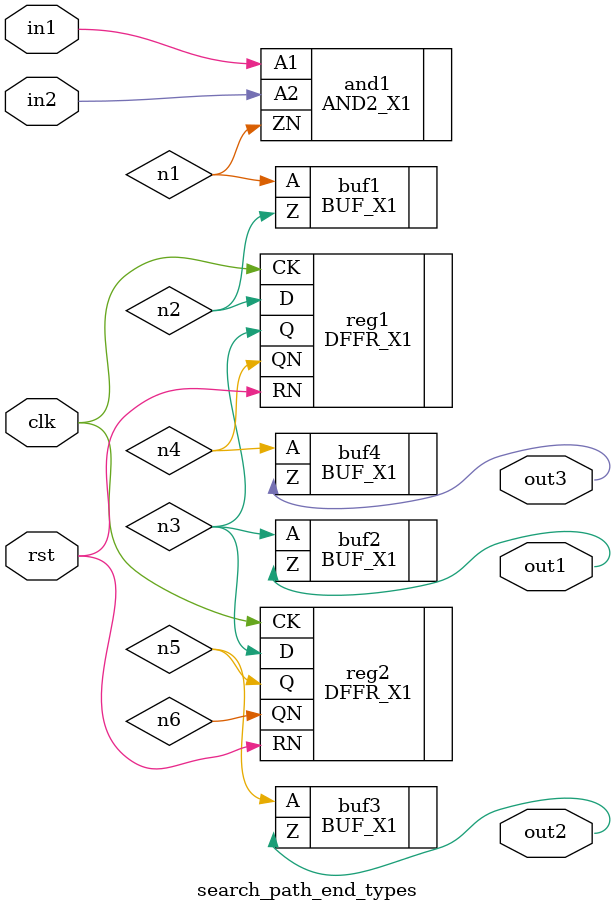
<source format=v>
module search_path_end_types (clk, rst, in1, in2, out1, out2, out3);
  input clk, rst, in1, in2;
  output out1, out2, out3;
  wire n1, n2, n3, n4, n5, n6, n7, n8;

  // Combinational logic
  AND2_X1 and1 (.A1(in1), .A2(in2), .ZN(n1));
  BUF_X1 buf1 (.A(n1), .Z(n2));

  // Register with async reset (for recovery/removal checks)
  DFFR_X1 reg1 (.D(n2), .CK(clk), .RN(rst), .Q(n3), .QN(n4));

  // Second register for reg-to-reg paths
  DFFR_X1 reg2 (.D(n3), .CK(clk), .RN(rst), .Q(n5), .QN(n6));

  // Output buffers
  BUF_X1 buf2 (.A(n3), .Z(out1));
  BUF_X1 buf3 (.A(n5), .Z(out2));
  BUF_X1 buf4 (.A(n4), .Z(out3));
endmodule

</source>
